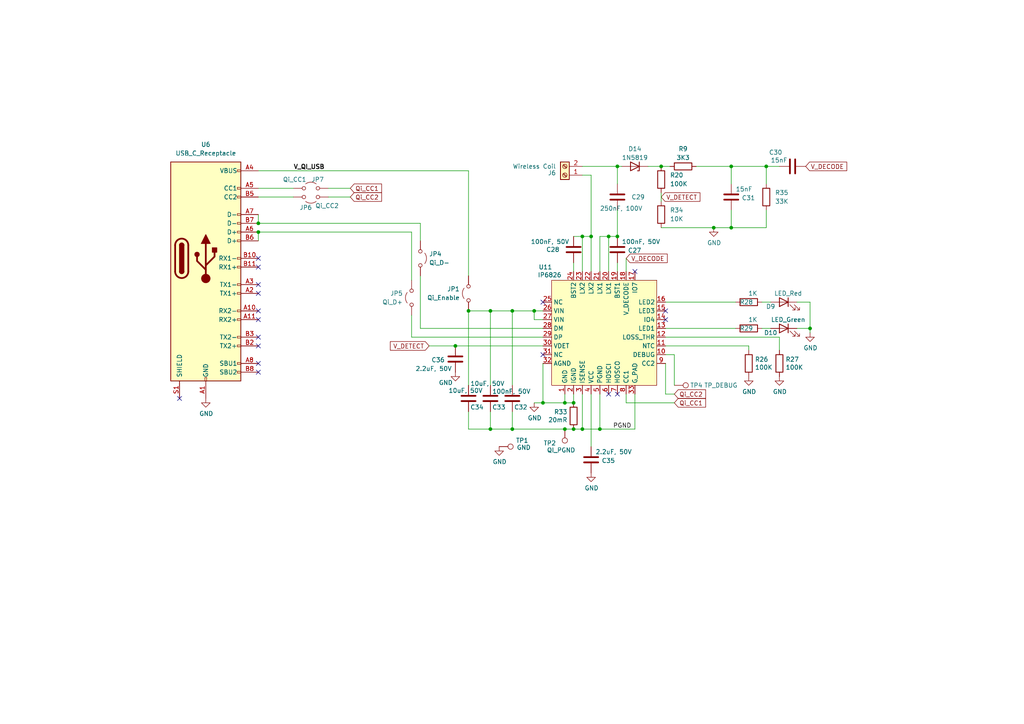
<source format=kicad_sch>
(kicad_sch (version 20231120) (generator "eeschema") (generator_version "8.0")
  (paper "A4")
  (title_block (title "I3ESC") (date "2024-09-07") (company "AlfredoSystems"))
  (lib_symbols
    (symbol "AlfredoSymbols:IP6826"
      (property "Reference" "U11" (at 10.922 19.304 0))
      (property "Value" "IP6826" (at 10.922 16.764 0))
      (symbol "IP6826_1_1"
        (rectangle (start -15.24 15.24) (end 15.24 -15.24) (fill (type background)))
        (pin input line (at -11.43 -17.78 90) (length 2.54) (name "GND") (number "1"))
        (pin input line (at 17.78 -6.35 180) (length 2.54) (name "DEBUG") (number "10"))
        (pin input line (at 17.78 -3.81 180) (length 2.54) (name "NTC") (number "11"))
        (pin input line (at 17.78 -1.27 180) (length 2.54) (name "LOSS_THR") (number "12"))
        (pin input line (at 17.78 1.27 180) (length 2.54) (name "LED1") (number "13"))
        (pin input line (at 17.78 3.81 180) (length 2.54) (name "IO4") (number "14"))
        (pin input line (at 17.78 6.35 180) (length 2.54) (name "LED3") (number "15"))
        (pin input line (at 17.78 8.89 180) (length 2.54) (name "LED2") (number "16"))
        (pin input line (at 8.89 17.78 270) (length 2.54) (name "IO7") (number "17"))
        (pin input line (at 6.35 17.78 270) (length 2.54) (name "V_DECODE") (number "18"))
        (pin input line (at 3.81 17.78 270) (length 2.54) (name "BST1") (number "19"))
        (pin input line (at -8.89 -17.78 90) (length 2.54) (name "IGND") (number "2"))
        (pin input line (at 1.27 17.78 270) (length 2.54) (name "LX1") (number "20"))
        (pin input line (at -1.27 17.78 270) (length 2.54) (name "LX1") (number "21"))
        (pin input line (at -3.81 17.78 270) (length 2.54) (name "LX2") (number "22"))
        (pin input line (at -6.35 17.78 270) (length 2.54) (name "LX2") (number "23"))
        (pin input line (at -8.89 17.78 270) (length 2.54) (name "BST2") (number "24"))
        (pin input line (at -17.78 8.89 0) (length 2.54) (name "NC") (number "25"))
        (pin input line (at -17.78 6.35 0) (length 2.54) (name "VIN") (number "26"))
        (pin input line (at -17.78 3.81 0) (length 2.54) (name "VIN") (number "27"))
        (pin input line (at -17.78 1.27 0) (length 2.54) (name "DM") (number "28"))
        (pin input line (at -17.78 -1.27 0) (length 2.54) (name "DP") (number "29"))
        (pin input line (at -6.35 -17.78 90) (length 2.54) (name "ISENSE") (number "3"))
        (pin input line (at -17.78 -3.81 0) (length 2.54) (name "VDET") (number "30"))
        (pin input line (at -17.78 -6.35 0) (length 2.54) (name "NC") (number "31"))
        (pin input line (at -17.78 -8.89 0) (length 2.54) (name "AGND") (number "32"))
        (pin input line (at 8.89 -17.78 90) (length 2.54) (name "G_PAD") (number "33"))
        (pin input line (at -3.81 -17.78 90) (length 2.54) (name "VCC") (number "4"))
        (pin input line (at -1.27 -17.78 90) (length 2.54) (name "PGND") (number "5"))
        (pin input line (at 1.27 -17.78 90) (length 2.54) (name "HOSCI") (number "6"))
        (pin input line (at 3.81 -17.78 90) (length 2.54) (name "HOSCO") (number "7"))
        (pin input line (at 6.35 -17.78 90) (length 2.54) (name "CC1") (number "8"))
        (pin input line (at 17.78 -8.89 180) (length 2.54) (name "CC2") (number "9"))
      )
    )
    (symbol "Connector:Screw_Terminal_01x02" (pin_names (offset 1.016) hide)
      (property "Reference" "J" (at 0 2.54 0))
      (property "Value" "Screw_Terminal_01x02" (at 0 -5.08 0))
      (symbol "Screw_Terminal_01x02_1_1"
        (rectangle (start -1.27 1.27) (end 1.27 -3.81) (stroke (width 0.254)) (fill (type background)))
        (circle (center 0 -2.54) (radius 0.635) (stroke (width 0.1524)))
        (polyline (pts (xy -0.5334 -2.2098) (xy 0.3302 -3.048)) (stroke (width 0.1524)))
        (polyline (pts (xy -0.5334 0.3302) (xy 0.3302 -0.508)) (stroke (width 0.1524)))
        (polyline (pts (xy -0.3556 -2.032) (xy 0.508 -2.8702)) (stroke (width 0.1524)))
        (polyline (pts (xy -0.3556 0.508) (xy 0.508 -0.3302)) (stroke (width 0.1524)))
        (circle (center 0 0) (radius 0.635) (stroke (width 0.1524)))
        (pin passive line (at -5.08 0 0) (length 3.81) (name "Pin_1") (number "1"))
        (pin passive line (at -5.08 -2.54 0) (length 3.81) (name "Pin_2") (number "2"))
      )
    )
    (symbol "Connector:TestPoint" (pin_numbers hide) (pin_names (offset 0.762) hide)
      (property "Reference" "TP" (at 0 6.858 0))
      (property "Value" "TestPoint" (at 0 5.08 0))
      (symbol "TestPoint_0_1"
        (circle (center 0 3.302) (radius 0.762))
      )
      (symbol "TestPoint_1_1"
        (pin passive line (at 0 0 90) (length 2.54) (name "1") (number "1"))
      )
    )
    (symbol "Connector:USB_C_Receptacle" (pin_names (offset 1.016))
      (property "Reference" "J" (at -10.16 29.21 0))
      (property "Value" "USB_C_Receptacle" (at 10.16 29.21 0))
      (symbol "USB_C_Receptacle_0_0"
        (rectangle (start -0.254 -35.56) (end 0.254 -34.544))
        (rectangle (start 10.16 -32.766) (end 9.144 -33.274))
        (rectangle (start 10.16 -30.226) (end 9.144 -30.734))
        (rectangle (start 10.16 -25.146) (end 9.144 -25.654))
        (rectangle (start 10.16 -22.606) (end 9.144 -23.114))
        (rectangle (start 10.16 -17.526) (end 9.144 -18.034))
        (rectangle (start 10.16 -14.986) (end 9.144 -15.494))
        (rectangle (start 10.16 -9.906) (end 9.144 -10.414))
        (rectangle (start 10.16 -7.366) (end 9.144 -7.874))
        (rectangle (start 10.16 -2.286) (end 9.144 -2.794))
        (rectangle (start 10.16 0.254) (end 9.144 -0.254))
        (rectangle (start 10.16 5.334) (end 9.144 4.826))
        (rectangle (start 10.16 7.874) (end 9.144 7.366))
        (rectangle (start 10.16 10.414) (end 9.144 9.906))
        (rectangle (start 10.16 12.954) (end 9.144 12.446))
        (rectangle (start 10.16 18.034) (end 9.144 17.526))
        (rectangle (start 10.16 20.574) (end 9.144 20.066))
        (rectangle (start 10.16 25.654) (end 9.144 25.146))
      )
      (symbol "USB_C_Receptacle_0_1"
        (rectangle (start -10.16 27.94) (end 10.16 -35.56) (stroke (width 0.254)) (fill (type background)))
        (arc (start -8.89 -3.81) (mid -6.985 -5.7067) (end -5.08 -3.81) (stroke (width 0.508)))
        (arc (start -7.62 -3.81) (mid -6.985 -4.4423) (end -6.35 -3.81) (stroke (width 0.254)))
        (arc (start -7.62 -3.81) (mid -6.985 -4.4423) (end -6.35 -3.81) (stroke (width 0.254)) (fill (type outline)))
        (rectangle (start -7.62 -3.81) (end -6.35 3.81) (stroke (width 0.254)) (fill (type outline)))
        (arc (start -6.35 3.81) (mid -6.985 4.4423) (end -7.62 3.81) (stroke (width 0.254)))
        (arc (start -6.35 3.81) (mid -6.985 4.4423) (end -7.62 3.81) (stroke (width 0.254)) (fill (type outline)))
        (arc (start -5.08 3.81) (mid -6.985 5.7067) (end -8.89 3.81) (stroke (width 0.508)))
        (polyline (pts (xy -8.89 -3.81) (xy -8.89 3.81)) (stroke (width 0.508)))
        (polyline (pts (xy -5.08 3.81) (xy -5.08 -3.81)) (stroke (width 0.508)))
      )
      (symbol "USB_C_Receptacle_1_1"
        (circle (center -2.54 1.143) (radius 0.635) (stroke (width 0.254)) (fill (type outline)))
        (circle (center 0 -5.842) (radius 1.27) (fill (type outline)))
        (polyline (pts (xy 0 -5.842) (xy 0 4.318)) (stroke (width 0.508)))
        (polyline (pts (xy 0 -3.302) (xy -2.54 -0.762) (xy -2.54 0.508)) (stroke (width 0.508)))
        (polyline (pts (xy 0 -2.032) (xy 2.54 0.508) (xy 2.54 1.778)) (stroke (width 0.508)))
        (polyline (pts (xy -1.27 4.318) (xy 0 6.858) (xy 1.27 4.318) (xy -1.27 4.318)) (stroke (width 0.254)) (fill (type outline)))
        (rectangle (start 1.905 1.778) (end 3.175 3.048) (stroke (width 0.254)) (fill (type outline)))
        (pin passive line (at 0 -40.64 90) (length 5.08) (name "GND") (number "A1"))
        (pin bidirectional line (at 15.24 -15.24 180) (length 5.08) (name "RX2-") (number "A10"))
        (pin bidirectional line (at 15.24 -17.78 180) (length 5.08) (name "RX2+") (number "A11"))
        (pin passive line (at 0 -40.64 90) (length 5.08) hide (name "GND") (number "A12"))
        (pin bidirectional line (at 15.24 -10.16 180) (length 5.08) (name "TX1+") (number "A2"))
        (pin bidirectional line (at 15.24 -7.62 180) (length 5.08) (name "TX1-") (number "A3"))
        (pin passive line (at 15.24 25.4 180) (length 5.08) (name "VBUS") (number "A4"))
        (pin bidirectional line (at 15.24 20.32 180) (length 5.08) (name "CC1") (number "A5"))
        (pin bidirectional line (at 15.24 7.62 180) (length 5.08) (name "D+") (number "A6"))
        (pin bidirectional line (at 15.24 12.7 180) (length 5.08) (name "D-") (number "A7"))
        (pin bidirectional line (at 15.24 -30.48 180) (length 5.08) (name "SBU1") (number "A8"))
        (pin passive line (at 15.24 25.4 180) (length 5.08) hide (name "VBUS") (number "A9"))
        (pin passive line (at 0 -40.64 90) (length 5.08) hide (name "GND") (number "B1"))
        (pin bidirectional line (at 15.24 0 180) (length 5.08) (name "RX1-") (number "B10"))
        (pin bidirectional line (at 15.24 -2.54 180) (length 5.08) (name "RX1+") (number "B11"))
        (pin passive line (at 0 -40.64 90) (length 5.08) hide (name "GND") (number "B12"))
        (pin bidirectional line (at 15.24 -25.4 180) (length 5.08) (name "TX2+") (number "B2"))
        (pin bidirectional line (at 15.24 -22.86 180) (length 5.08) (name "TX2-") (number "B3"))
        (pin passive line (at 15.24 25.4 180) (length 5.08) hide (name "VBUS") (number "B4"))
        (pin bidirectional line (at 15.24 17.78 180) (length 5.08) (name "CC2") (number "B5"))
        (pin bidirectional line (at 15.24 5.08 180) (length 5.08) (name "D+") (number "B6"))
        (pin bidirectional line (at 15.24 10.16 180) (length 5.08) (name "D-") (number "B7"))
        (pin bidirectional line (at 15.24 -33.02 180) (length 5.08) (name "SBU2") (number "B8"))
        (pin passive line (at 15.24 25.4 180) (length 5.08) hide (name "VBUS") (number "B9"))
        (pin passive line (at -7.62 -40.64 90) (length 5.08) (name "SHIELD") (number "S1"))
      )
    )
    (symbol "Device:C" (pin_numbers hide) (pin_names (offset 0.254))
      (property "Reference" "C" (at 0.635 2.54 0))
      (property "Value" "C" (at 0.635 -2.54 0))
      (symbol "C_0_1"
        (polyline (pts (xy -2.032 -0.762) (xy 2.032 -0.762)) (stroke (width 0.508)))
        (polyline (pts (xy -2.032 0.762) (xy 2.032 0.762)) (stroke (width 0.508)))
      )
      (symbol "C_1_1"
        (pin passive line (at 0 3.81 270) (length 2.794) (name "~") (number "1"))
        (pin passive line (at 0 -3.81 90) (length 2.794) (name "~") (number "2"))
      )
    )
    (symbol "Device:D_Zener" (pin_numbers hide) (pin_names (offset 1.016) hide)
      (property "Reference" "D" (at 0 2.54 0))
      (property "Value" "D_Zener" (at 0 -2.54 0))
      (symbol "D_Zener_0_1"
        (polyline (pts (xy 1.27 0) (xy -1.27 0)))
        (polyline (pts (xy -1.27 -1.27) (xy -1.27 1.27) (xy -0.762 1.27)) (stroke (width 0.254)))
        (polyline (pts (xy 1.27 -1.27) (xy 1.27 1.27) (xy -1.27 0) (xy 1.27 -1.27)) (stroke (width 0.254)))
      )
      (symbol "D_Zener_1_1"
        (pin passive line (at -3.81 0 0) (length 2.54) (name "K") (number "1"))
        (pin passive line (at 3.81 0 180) (length 2.54) (name "A") (number "2"))
      )
    )
    (symbol "Device:LED" (pin_numbers hide) (pin_names (offset 1.016) hide)
      (property "Reference" "D" (at 0 2.54 0))
      (property "Value" "LED" (at 0 -2.54 0))
      (symbol "LED_0_1"
        (polyline (pts (xy -1.27 -1.27) (xy -1.27 1.27)) (stroke (width 0.254)))
        (polyline (pts (xy -1.27 0) (xy 1.27 0)))
        (polyline (pts (xy 1.27 -1.27) (xy 1.27 1.27) (xy -1.27 0) (xy 1.27 -1.27)) (stroke (width 0.254)))
        (polyline (pts (xy -3.048 -0.762) (xy -4.572 -2.286) (xy -3.81 -2.286) (xy -4.572 -2.286) (xy -4.572 -1.524)))
        (polyline (pts (xy -1.778 -0.762) (xy -3.302 -2.286) (xy -2.54 -2.286) (xy -3.302 -2.286) (xy -3.302 -1.524)))
      )
      (symbol "LED_1_1"
        (pin passive line (at -3.81 0 0) (length 2.54) (name "K") (number "1"))
        (pin passive line (at 3.81 0 180) (length 2.54) (name "A") (number "2"))
      )
    )
    (symbol "Device:R" (pin_numbers hide) (pin_names (offset 0))
      (property "Reference" "R" (at 2.032 0 90))
      (property "Value" "R" (at 0 0 90))
      (symbol "R_0_1"
        (rectangle (start -1.016 -2.54) (end 1.016 2.54) (stroke (width 0.254)))
      )
      (symbol "R_1_1"
        (pin passive line (at 0 3.81 270) (length 1.27) (name "~") (number "1"))
        (pin passive line (at 0 -3.81 90) (length 1.27) (name "~") (number "2"))
      )
    )
    (symbol "Jumper:Jumper_2_Open" (pin_numbers hide) (pin_names (offset 0) hide) (exclude_from_sim yes)
      (property "Reference" "JP" (at 0 2.794 0))
      (property "Value" "Jumper_2_Open" (at 0 -2.286 0))
      (symbol "Jumper_2_Open_0_0"
        (circle (center -2.032 0) (radius 0.508))
        (circle (center 2.032 0) (radius 0.508))
      )
      (symbol "Jumper_2_Open_0_1"
        (arc (start 1.524 1.27) (mid 0 1.778) (end -1.524 1.27))
      )
      (symbol "Jumper_2_Open_1_1"
        (pin passive line (at -5.08 0 0) (length 2.54) (name "A") (number "1"))
        (pin passive line (at 5.08 0 180) (length 2.54) (name "B") (number "2"))
      )
    )
    (symbol "power:GND" (power) (pin_names (offset 0))
      (property "Value" "GND" (at 0 -3.81 0))
      (symbol "GND_0_1"
        (polyline (pts (xy 0 0) (xy 0 -1.27) (xy 1.27 -1.27) (xy 0 -2.54) (xy -1.27 -1.27) (xy 0 -1.27)))
      )
      (symbol "GND_1_1"
        (pin power_in line (at 0 0 270) (length 0) hide (name "GND") (number "1"))
      )
    )
  )
  (junction (at 74.93 67.31))
  (junction (at 135.89 90.17))
  (junction (at 148.59 90.17))
  (junction (at 191.77 48.26))
  (junction (at 234.95 95.25))
  (junction (at 148.59 124.46))
  (junction (at 168.91 124.46))
  (junction (at 179.07 48.26))
  (junction (at 142.24 124.46))
  (junction (at 222.25 48.26))
  (junction (at 212.09 48.26))
  (junction (at 142.24 90.17))
  (junction (at 132.08 100.33))
  (junction (at 176.53 68.58))
  (junction (at 74.93 64.77))
  (junction (at 173.99 124.46))
  (junction (at 207.01 66.04))
  (junction (at 179.07 68.58))
  (junction (at 154.94 90.17))
  (junction (at 168.91 68.58))
  (junction (at 212.09 66.04))
  (junction (at 171.45 68.58))
  (junction (at 163.83 116.84))
  (junction (at 163.83 124.46))
  (junction (at 157.48 116.84))
  (junction (at 166.37 124.46))
  (junction (at 166.37 116.84))
  (no_connect (at 157.48 102.87))
  (no_connect (at 52.07 115.57))
  (no_connect (at 157.48 87.63))
  (no_connect (at 74.93 100.33))
  (no_connect (at 184.15 78.74))
  (no_connect (at 74.93 85.09))
  (no_connect (at 74.93 105.41))
  (no_connect (at 74.93 77.47))
  (no_connect (at 179.07 114.3))
  (no_connect (at 74.93 97.79))
  (no_connect (at 193.04 90.17))
  (no_connect (at 74.93 92.71))
  (no_connect (at 74.93 90.17))
  (no_connect (at 176.53 114.3))
  (no_connect (at 74.93 82.55))
  (no_connect (at 74.93 107.95))
  (no_connect (at 74.93 74.93))
  (no_connect (at 193.04 92.71))
  (wire (pts (xy 166.37 114.3) (xy 166.37 116.84)))
  (wire (pts (xy 171.45 114.3) (xy 171.45 129.54)))
  (wire (pts (xy 212.09 48.26) (xy 201.93 48.26)))
  (wire (pts (xy 148.59 90.17) (xy 148.59 111.76)))
  (wire (pts (xy 121.92 80.01) (xy 121.92 95.25)))
  (wire (pts (xy 220.98 95.25) (xy 223.52 95.25)))
  (wire (pts (xy 142.24 90.17) (xy 142.24 111.76)))
  (wire (pts (xy 222.25 66.04) (xy 222.25 60.96)))
  (wire (pts (xy 195.58 102.87) (xy 193.04 102.87)))
  (wire (pts (xy 194.31 48.26) (xy 191.77 48.26)))
  (wire (pts (xy 154.94 116.84) (xy 157.48 116.84)))
  (wire (pts (xy 191.77 55.88) (xy 191.77 58.42)))
  (wire (pts (xy 193.04 87.63) (xy 213.36 87.63)))
  (wire (pts (xy 179.07 68.58) (xy 176.53 68.58)))
  (wire (pts (xy 195.58 111.76) (xy 195.58 102.87)))
  (wire (pts (xy 226.06 48.26) (xy 222.25 48.26)))
  (wire (pts (xy 217.17 100.33) (xy 217.17 101.6)))
  (wire (pts (xy 191.77 48.26) (xy 187.96 48.26)))
  (wire (pts (xy 173.99 68.58) (xy 173.99 78.74)))
  (wire (pts (xy 166.37 68.58) (xy 168.91 68.58)))
  (wire (pts (xy 148.59 119.38) (xy 148.59 124.46)))
  (wire (pts (xy 142.24 119.38) (xy 142.24 124.46)))
  (wire (pts (xy 119.38 67.31) (xy 119.38 81.28)))
  (wire (pts (xy 212.09 60.96) (xy 212.09 66.04)))
  (wire (pts (xy 163.83 124.46) (xy 166.37 124.46)))
  (wire (pts (xy 142.24 90.17) (xy 148.59 90.17)))
  (wire (pts (xy 222.25 48.26) (xy 212.09 48.26)))
  (wire (pts (xy 179.07 60.96) (xy 179.07 68.58)))
  (wire (pts (xy 173.99 124.46) (xy 184.15 124.46)))
  (wire (pts (xy 168.91 124.46) (xy 173.99 124.46)))
  (wire (pts (xy 191.77 66.04) (xy 207.01 66.04)))
  (wire (pts (xy 179.07 48.26) (xy 180.34 48.26)))
  (wire (pts (xy 148.59 124.46) (xy 163.83 124.46)))
  (wire (pts (xy 166.37 76.2) (xy 166.37 78.74)))
  (wire (pts (xy 193.04 95.25) (xy 213.36 95.25)))
  (wire (pts (xy 135.89 124.46) (xy 142.24 124.46)))
  (wire (pts (xy 181.61 78.74) (xy 181.61 74.93)))
  (wire (pts (xy 176.53 68.58) (xy 173.99 68.58)))
  (wire (pts (xy 212.09 66.04) (xy 222.25 66.04)))
  (wire (pts (xy 168.91 48.26) (xy 179.07 48.26)))
  (wire (pts (xy 135.89 119.38) (xy 135.89 124.46)))
  (wire (pts (xy 135.89 90.17) (xy 142.24 90.17)))
  (wire (pts (xy 124.46 100.33) (xy 132.08 100.33)))
  (wire (pts (xy 234.95 96.52) (xy 234.95 95.25)))
  (wire (pts (xy 154.94 90.17) (xy 154.94 92.71)))
  (wire (pts (xy 163.83 114.3) (xy 163.83 116.84)))
  (wire (pts (xy 179.07 48.26) (xy 179.07 53.34)))
  (wire (pts (xy 135.89 111.76) (xy 135.89 90.17)))
  (wire (pts (xy 193.04 100.33) (xy 217.17 100.33)))
  (wire (pts (xy 74.93 67.31) (xy 119.38 67.31)))
  (wire (pts (xy 85.09 54.61) (xy 74.93 54.61)))
  (wire (pts (xy 135.89 49.53) (xy 135.89 80.01)))
  (wire (pts (xy 168.91 68.58) (xy 171.45 68.58)))
  (wire (pts (xy 193.04 114.3) (xy 195.58 114.3)))
  (wire (pts (xy 181.61 114.3) (xy 181.61 116.84)))
  (wire (pts (xy 74.93 62.23) (xy 74.93 64.77)))
  (wire (pts (xy 234.95 87.63) (xy 234.95 95.25)))
  (wire (pts (xy 85.09 57.15) (xy 74.93 57.15)))
  (wire (pts (xy 74.93 67.31) (xy 74.93 69.85)))
  (wire (pts (xy 212.09 48.26) (xy 212.09 53.34)))
  (wire (pts (xy 121.92 95.25) (xy 157.48 95.25)))
  (wire (pts (xy 193.04 114.3) (xy 193.04 105.41)))
  (wire (pts (xy 157.48 90.17) (xy 154.94 90.17)))
  (wire (pts (xy 154.94 92.71) (xy 157.48 92.71)))
  (wire (pts (xy 101.6 57.15) (xy 95.25 57.15)))
  (wire (pts (xy 171.45 78.74) (xy 171.45 68.58)))
  (wire (pts (xy 119.38 97.79) (xy 157.48 97.79)))
  (wire (pts (xy 234.95 87.63) (xy 231.14 87.63)))
  (wire (pts (xy 74.93 49.53) (xy 135.89 49.53)))
  (wire (pts (xy 121.92 64.77) (xy 121.92 69.85)))
  (wire (pts (xy 222.25 48.26) (xy 222.25 53.34)))
  (wire (pts (xy 231.14 95.25) (xy 234.95 95.25)))
  (wire (pts (xy 168.91 114.3) (xy 168.91 124.46)))
  (wire (pts (xy 173.99 114.3) (xy 173.99 124.46)))
  (wire (pts (xy 166.37 116.84) (xy 163.83 116.84)))
  (wire (pts (xy 132.08 100.33) (xy 157.48 100.33)))
  (wire (pts (xy 176.53 68.58) (xy 176.53 78.74)))
  (wire (pts (xy 157.48 105.41) (xy 157.48 116.84)))
  (wire (pts (xy 193.04 97.79) (xy 226.06 97.79)))
  (wire (pts (xy 119.38 91.44) (xy 119.38 97.79)))
  (wire (pts (xy 168.91 68.58) (xy 168.91 78.74)))
  (wire (pts (xy 74.93 64.77) (xy 121.92 64.77)))
  (wire (pts (xy 184.15 124.46) (xy 184.15 114.3)))
  (wire (pts (xy 171.45 50.8) (xy 168.91 50.8)))
  (wire (pts (xy 207.01 66.04) (xy 212.09 66.04)))
  (wire (pts (xy 179.07 76.2) (xy 179.07 78.74)))
  (wire (pts (xy 157.48 116.84) (xy 163.83 116.84)))
  (wire (pts (xy 171.45 50.8) (xy 171.45 68.58)))
  (wire (pts (xy 148.59 90.17) (xy 154.94 90.17)))
  (wire (pts (xy 101.6 54.61) (xy 95.25 54.61)))
  (wire (pts (xy 223.52 87.63) (xy 220.98 87.63)))
  (wire (pts (xy 226.06 97.79) (xy 226.06 101.6)))
  (wire (pts (xy 181.61 116.84) (xy 195.58 116.84)))
  (wire (pts (xy 166.37 124.46) (xy 168.91 124.46)))
  (wire (pts (xy 142.24 124.46) (xy 148.59 124.46)))
  (label "PGND" (at 177.8 124.46 0))
  (label "V_QI_USB" (at 85.09 49.53 0) (effects (font (bold yes))))
  (global_label "V_DECODE" (shape input) (at 233.68 48.26 0) (property "Intersheetrefs" "${INTERSHEET_REFS}" (effects (hide yes))))
  (global_label "V_DETECT" (shape input) (at 191.77 57.15 0) (property "Intersheetrefs" "${INTERSHEET_REFS}" (effects (hide yes))))
  (global_label "Qi_CC1" (shape input) (at 101.6 54.61 0) (property "Intersheetrefs" "${INTERSHEET_REFS}" (effects (hide yes))))
  (global_label "Qi_CC2" (shape input) (at 195.58 114.3 0) (property "Intersheetrefs" "${INTERSHEET_REFS}" (effects (hide yes))))
  (global_label "V_DECODE" (shape input) (at 181.61 74.93 0) (property "Intersheetrefs" "${INTERSHEET_REFS}" (effects (hide yes))))
  (global_label "Qi_CC1" (shape input) (at 195.58 116.84 0) (property "Intersheetrefs" "${INTERSHEET_REFS}" (effects (hide yes))))
  (global_label "Qi_CC2" (shape input) (at 101.6 57.15 0) (property "Intersheetrefs" "${INTERSHEET_REFS}" (effects (hide yes))))
  (global_label "V_DETECT" (shape input) (at 124.46 100.33 180) (property "Intersheetrefs" "${INTERSHEET_REFS}" (effects (hide yes))))
  (symbol (lib_id "Connector:TestPoint") (at 163.83 124.46 180) (unit 1)
    (property "Reference" "TP2" (at 161.29 128.524 0) (effects (justify left)))
    (property "Value" "QI_PGND" (at 166.878 130.556 0) (effects (justify left)))
    (property "Footprint" "AlfredoFootprints:GE_TestPoint_Loop" (effects (hide yes)))
  )
  (symbol (lib_id "power:GND") (at 171.45 137.16 0) (unit 1)
    (property "Reference" "#PWR029" (effects (hide yes)))
    (property "Value" "GND" (at 171.577 141.5542 0))
  )
  (symbol (lib_id "Device:C") (at 166.37 72.39 0) (mirror x) (unit 1)
    (property "Reference" "C28" (at 162.306 72.39 0) (effects (justify right)))
    (property "Value" "100nF, 50V" (at 165.1 70.104 0) (effects (justify right)))
    (property "Footprint" "Capacitor_SMD:C_0402_1005Metric" (effects (hide yes)))
    (property "Datasheet" "https://lcsc.com/product-detail/Multilayer-Ceramic-Capacitors-MLCC---SMD-SMT_Samsung-Electro-Mechanics-Samsung-Electro-Mechanics-CL05B104KB54PNC_C307331.html" (effects (hide yes)))
    (property "LCSC" "C307331" (effects (hide yes)))
  )
  (symbol (lib_id "Jumper:Jumper_2_Open") (at 119.38 86.36 90) (mirror x) (unit 1) (exclude_from_sim yes)
    (property "Reference" "JP5" (at 116.84 85.0899 90) (effects (justify left)))
    (property "Value" "Qi_D+" (at 116.84 87.6299 90) (effects (justify left)))
    (property "Footprint" "Connector_PinSocket_2.54mm:PinSocket_1x02_P2.54mm_Vertical" (effects (hide yes)))
    (property "Description" "Jumper, 2-pole, open" (effects (hide yes)))
  )
  (symbol (lib_id "power:GND") (at 59.69 115.57 0) (unit 1)
    (property "Reference" "#PWR018" (effects (hide yes)))
    (property "Value" "GND" (at 59.817 119.9642 0))
  )
  (symbol (lib_id "Device:C") (at 142.24 115.57 180) (unit 1)
    (property "Reference" "C33" (at 142.748 118.11 0) (effects (justify right)))
    (property "Value" "10uF, 50V" (at 136.398 111.252 0) (effects (justify right)))
    (property "Footprint" "Capacitor_SMD:C_1206_3216Metric" (effects (hide yes)))
    (property "Datasheet" "https://lcsc.com/product-detail/null_C13585.html" (effects (hide yes)))
    (property "LCSC" "C13585" (effects (hide yes)))
  )
  (symbol (lib_id "power:GND") (at 207.01 66.04 0) (unit 1)
    (property "Reference" "#PWR031" (effects (hide yes)))
    (property "Value" "GND" (at 207.137 70.4342 0))
  )
  (symbol (lib_id "Connector:USB_C_Receptacle") (at 59.69 74.93 0) (unit 1)
    (property "Reference" "U6" (at 59.69 41.91 0))
    (property "Value" "USB_C_Receptacle" (at 59.69 44.45 0))
    (property "Footprint" "AlfredoFootprints:USB_TYPE-C-31-M-12" (effects (hide yes)))
    (property "Datasheet" "https://lcsc.com/product-detail/USB-Connectors_Korean-Hroparts-Elec-TYPE-C-31-M-12_C165948.html" (effects (hide yes)))
    (property "LCSC" "C165948" (effects (hide yes)))
  )
  (symbol (lib_id "Device:C") (at 179.07 57.15 0) (mirror y) (unit 1)
    (property "Reference" "C29" (at 183.134 57.15 0) (effects (justify right)))
    (property "Value" "250nF, 100V" (at 173.99 60.452 0) (effects (justify right)))
    (property "Footprint" "Capacitor_THT:C_Rect_L9.0mm_W4.0mm_P7.50mm_MKT" (effects (hide yes)))
    (property "Datasheet" "https://jlcpcb.com/partdetail/Kyet-MPP254J2A0701/C841196" (effects (hide yes)))
    (property "LCSC" "C841196" (effects (hide yes)))
  )
  (symbol (lib_id "Device:LED") (at 227.33 87.63 0) (mirror y) (unit 1)
    (property "Reference" "D9" (at 223.52 88.9 0))
    (property "Value" "LED_Red" (at 228.6 85.09 0))
    (property "Footprint" "LED_SMD:LED_0603_1608Metric" (effects (hide yes)))
  )
  (symbol (lib_id "Device:C") (at 229.87 48.26 90) (mirror x) (unit 1)
    (property "Reference" "C30" (at 223.012 44.196 90) (effects (justify right)))
    (property "Value" "15nF" (at 223.52 46.482 90) (effects (justify right)))
    (property "Footprint" "Capacitor_SMD:C_0402_1005Metric" (effects (hide yes)))
    (property "Datasheet" "https://jlcpcb.com/partdetail/Cctc-TCC0402X7R153K500AT/C696852" (effects (hide yes)))
    (property "LCSC" "C696852" (effects (hide yes)))
  )
  (symbol (lib_id "Device:C") (at 135.89 115.57 180) (unit 1)
    (property "Reference" "C34" (at 136.398 118.11 0) (effects (justify right)))
    (property "Value" "10uF, 50V" (at 130.048 113.284 0) (effects (justify right)))
    (property "Footprint" "Capacitor_SMD:C_1206_3216Metric" (effects (hide yes)))
    (property "Datasheet" "https://lcsc.com/product-detail/null_C13585.html" (effects (hide yes)))
    (property "LCSC" "C13585" (effects (hide yes)))
  )
  (symbol (lib_id "power:GND") (at 226.06 109.22 0) (unit 1)
    (property "Reference" "#PWR034" (effects (hide yes)))
    (property "Value" "GND" (at 226.187 113.6142 0))
  )
  (symbol (lib_id "power:GND") (at 144.78 129.54 0) (unit 1)
    (property "Reference" "#PWR027" (effects (hide yes)))
    (property "Value" "GND" (at 144.907 133.9342 0))
  )
  (symbol (lib_id "Device:R") (at 191.77 62.23 0) (unit 1)
    (property "Reference" "R34" (at 194.31 60.9599 0) (effects (justify left)))
    (property "Value" "10K" (at 194.31 63.4999 0) (effects (justify left)))
    (property "Footprint" "Resistor_SMD:R_0402_1005Metric" (effects (hide yes)))
    (property "Datasheet" "https://lcsc.com/product-detail/Chip-Resistor---Surface-Mount_UNI-ROYALUniroyal-Elec-UNI-ROYALUniroyal-Elec-0402WGF1002TCE_C25744.html" (effects (hide yes)))
    (property "Description" "Resistor" (effects (hide yes)))
    (property "LCSC" "C25744" (effects (hide yes)))
  )
  (symbol (lib_id "power:GND") (at 132.08 107.95 0) (unit 1)
    (property "Reference" "#PWR026" (effects (hide yes)))
    (property "Value" "GND" (at 129.286 110.998 0))
  )
  (symbol (lib_id "Connector:TestPoint") (at 195.58 111.76 270) (unit 1)
    (property "Reference" "TP4" (at 200.152 111.76 90) (effects (justify left)))
    (property "Value" "TP_DEBUG" (at 204.216 111.76 90) (effects (justify left)))
    (property "Footprint" "AlfredoFootprints:GE_TestPoint_Loop" (effects (hide yes)))
  )
  (symbol (lib_id "Device:C") (at 212.09 57.15 180) (unit 1)
    (property "Reference" "C31" (at 215.138 57.404 0) (effects (justify right)))
    (property "Value" "15nF" (at 213.36 54.864 0) (effects (justify right)))
    (property "Footprint" "Capacitor_SMD:C_0402_1005Metric" (effects (hide yes)))
    (property "Datasheet" "https://jlcpcb.com/partdetail/Cctc-TCC0402X7R153K500AT/C696852" (effects (hide yes)))
    (property "LCSC" "C696852" (effects (hide yes)))
  )
  (symbol (lib_id "power:GND") (at 154.94 116.84 0) (unit 1)
    (property "Reference" "#PWR028" (effects (hide yes)))
    (property "Value" "GND" (at 155.067 121.2342 0))
  )
  (symbol (lib_id "Device:C") (at 148.59 115.57 180) (unit 1)
    (property "Reference" "C32" (at 149.098 118.11 0) (effects (justify right)))
    (property "Value" "100nF, 50V" (at 142.748 113.538 0) (effects (justify right)))
    (property "Footprint" "Capacitor_SMD:C_0402_1005Metric" (effects (hide yes)))
    (property "Datasheet" "https://lcsc.com/product-detail/Multilayer-Ceramic-Capacitors-MLCC---SMD-SMT_Samsung-Electro-Mechanics-Samsung-Electro-Mechanics-CL05B104KB54PNC_C307331.html" (effects (hide yes)))
    (property "LCSC" "C307331" (effects (hide yes)))
  )
  (symbol (lib_id "Device:LED") (at 227.33 95.25 0) (mirror y) (unit 1)
    (property "Reference" "D10" (at 223.52 96.52 0))
    (property "Value" "LED_Green" (at 228.6 92.71 0))
    (property "Footprint" "LED_SMD:LED_0603_1608Metric" (effects (hide yes)))
  )
  (symbol (lib_id "Connector:Screw_Terminal_01x02") (at 163.83 50.8 180) (unit 1)
    (property "Reference" "J6" (at 161.29 50.165 0) (effects (justify left)))
    (property "Value" "Wireless Coil" (at 161.29 48.26 0) (effects (justify left)))
    (property "Footprint" "AlfredoFootprints:TerminalBlock_Ningbo_2P_5mm" (effects (hide yes)))
    (property "Datasheet" "https://www.lcsc.com/product-detail/Screw-terminal_Ningbo-Xinlaiya-Elec.-Ningbo-Xinlaiya-Elec.-XY126V-5.0-2P_C557646.html" (effects (hide yes)))
    (property "LCSC" "C557646" (effects (hide yes)))
  )
  (symbol (lib_id "Connector:TestPoint") (at 144.78 129.54 270) (unit 1)
    (property "Reference" "TP1" (at 149.606 127.762 90) (effects (justify left)))
    (property "Value" "GND" (at 149.86 129.794 90) (effects (justify left)))
    (property "Footprint" "AlfredoFootprints:GE_TestPoint_Loop" (effects (hide yes)))
  )
  (symbol (lib_id "Jumper:Jumper_2_Open") (at 135.89 85.09 90) (mirror x) (unit 1) (exclude_from_sim yes)
    (property "Reference" "JP1" (at 133.35 83.8199 90) (effects (justify left)))
    (property "Value" "Qi_Enable" (at 133.35 86.3599 90) (effects (justify left)))
    (property "Footprint" "Connector_PinSocket_2.54mm:PinSocket_1x02_P2.54mm_Vertical" (effects (hide yes)))
    (property "Description" "Jumper, 2-pole, open" (effects (hide yes)))
  )
  (symbol (lib_id "AlfredoSymbols:IP6826") (at 175.26 96.52 0) (unit 1)
    (property "Reference" "U11" (at 156.21 77.47 0) (effects (justify left)))
    (property "Value" "IP6826" (at 155.956 79.756 0) (effects (justify left)))
    (property "Footprint" "Package_DFN_QFN:QFN-32-1EP_5x5mm_P0.5mm_EP3.7x3.7mm" (effects (hide yes)))
    (property "Datasheet" "https://www.lcsc.com/product-detail/Wireless-Charge-Discharge-ICs_INJOINIC-IP6826_C2921390.html" (effects (hide yes)))
    (property "LCSC" "C2921390" (effects (hide yes)))
  )
  (symbol (lib_id "Device:R") (at 226.06 105.41 0) (unit 1)
    (property "Reference" "R27" (at 227.838 104.2416 0) (effects (justify left)))
    (property "Value" "100K" (at 227.838 106.553 0) (effects (justify left)))
    (property "Footprint" "Resistor_SMD:R_0402_1005Metric" (effects (hide yes)))
    (property "Datasheet" "https://lcsc.com/product-detail/Chip-Resistor-Surface-Mount_UNI-ROYAL-Uniroyal-Elec-0402WGF1003TCE_C25741.html" (effects (hide yes)))
    (property "LCSC" "C25741" (effects (hide yes)))
  )
  (symbol (lib_id "Device:C") (at 132.08 104.14 0) (mirror x) (unit 1)
    (property "Reference" "C36" (at 129.032 104.394 0) (effects (justify right)))
    (property "Value" "2.2uF, 50V" (at 131.064 106.934 0) (effects (justify right)))
    (property "Footprint" "Capacitor_SMD:C_0603_1608Metric" (effects (hide yes)))
    (property "Datasheet" "https://lcsc.com/product-detail/Multilayer-Ceramic-Capacitors-MLCC---SMD-SMT_Samsung-Electro-Mechanics-Samsung-Electro-Mechanics-CL10A225KB8NNNC_C913904.html" (effects (hide yes)))
    (property "LCSC" "C913904" (effects (hide yes)))
  )
  (symbol (lib_id "Device:R") (at 217.17 87.63 270) (unit 1)
    (property "Reference" "R28" (at 218.44 87.63 90) (effects (justify right)))
    (property "Value" "1K" (at 219.71 85.09 90) (effects (justify right)))
    (property "Footprint" "Resistor_SMD:R_0402_1005Metric" (effects (hide yes)))
    (property "Datasheet" "https://lcsc.com/product-detail/Chip-Resistor-Surface-Mount_UNI-ROYAL-Uniroyal-Elec-0402WGF1001TCE_C11702.html" (effects (hide yes)))
    (property "LCSC" "C11702" (effects (hide yes)))
  )
  (symbol (lib_id "Device:R") (at 166.37 120.65 0) (mirror y) (unit 1)
    (property "Reference" "R33" (at 164.592 119.4816 0) (effects (justify left)))
    (property "Value" "20mR" (at 164.592 121.793 0) (effects (justify left)))
    (property "Footprint" "Resistor_SMD:R_0603_1608Metric" (effects (hide yes)))
    (property "Datasheet" "https://jlcpcb.com/partdetail/WalterElec-STE0603MW50R020F/C156372" (effects (hide yes)))
    (property "LCSC" "C156372" (effects (hide yes)))
  )
  (symbol (lib_id "Jumper:Jumper_2_Open") (at 90.17 57.15 0) (mirror x) (unit 1) (exclude_from_sim yes)
    (property "Reference" "JP6" (at 86.868 60.198 0) (effects (justify left)))
    (property "Value" "Qi_CC2" (at 91.4399 59.69 0) (effects (justify left)))
    (property "Footprint" "Connector_PinSocket_2.54mm:PinSocket_1x02_P2.54mm_Vertical" (effects (hide yes)))
    (property "Description" "Jumper, 2-pole, open" (effects (hide yes)))
  )
  (symbol (lib_id "Device:R") (at 191.77 52.07 0) (unit 1)
    (property "Reference" "R20" (at 194.31 50.7999 0) (effects (justify left)))
    (property "Value" "100K" (at 194.31 53.3399 0) (effects (justify left)))
    (property "Footprint" "Resistor_SMD:R_0402_1005Metric" (effects (hide yes)))
    (property "Datasheet" "https://lcsc.com/product-detail/Chip-Resistor-Surface-Mount_UNI-ROYAL-Uniroyal-Elec-0402WGF1003TCE_C25741.html" (effects (hide yes)))
    (property "Description" "Resistor" (effects (hide yes)))
    (property "LCSC" "C25741" (effects (hide yes)))
  )
  (symbol (lib_id "Device:D_Zener") (at 184.15 48.26 180) (unit 1)
    (property "Reference" "D14" (at 184.15 43.18 0))
    (property "Value" "1N5819" (at 184.15 45.72 0))
    (property "Footprint" "AlfredoFootprints:D_SOD-323" (effects (hide yes)))
    (property "Datasheet" "https://lcsc.com/product-detail/Schottky-Barrier-Diodes-SBD_Guangdong-Hottech-Guangdong-Hottech-1N5819WS_C191023.html" (effects (hide yes)))
    (property "LCSC" "C191023" (effects (hide yes)))
  )
  (symbol (lib_id "Device:R") (at 198.12 48.26 90) (unit 1)
    (property "Reference" "R9" (at 198.12 43.18 90))
    (property "Value" "3K3" (at 198.12 45.72 90))
    (property "Footprint" "Resistor_SMD:R_0402_1005Metric" (effects (hide yes)))
    (property "Datasheet" "https://jlcpcb.com/partdetail/26633-0402WGF3301TCE/C25890" (effects (hide yes)))
    (property "Description" "Resistor" (effects (hide yes)))
    (property "LCSC" "C25890" (effects (hide yes)))
  )
  (symbol (lib_id "Device:C") (at 179.07 72.39 180) (unit 1)
    (property "Reference" "C27" (at 182.118 72.644 0) (effects (justify right)))
    (property "Value" "100nF, 50V" (at 180.34 70.104 0) (effects (justify right)))
    (property "Footprint" "Capacitor_SMD:C_0402_1005Metric" (effects (hide yes)))
    (property "Datasheet" "https://lcsc.com/product-detail/Multilayer-Ceramic-Capacitors-MLCC---SMD-SMT_Samsung-Electro-Mechanics-Samsung-Electro-Mechanics-CL05B104KB54PNC_C307331.html" (effects (hide yes)))
    (property "LCSC" "C307331" (effects (hide yes)))
  )
  (symbol (lib_id "Jumper:Jumper_2_Open") (at 90.17 54.61 0) (mirror y) (unit 1) (exclude_from_sim yes)
    (property "Reference" "JP7" (at 93.98 52.07 0) (effects (justify left)))
    (property "Value" "Qi_CC1" (at 88.9001 52.07 0) (effects (justify left)))
    (property "Footprint" "Connector_PinSocket_2.54mm:PinSocket_1x02_P2.54mm_Vertical" (effects (hide yes)))
    (property "Description" "Jumper, 2-pole, open" (effects (hide yes)))
  )
  (symbol (lib_id "power:GND") (at 217.17 109.22 0) (unit 1)
    (property "Reference" "#PWR033" (effects (hide yes)))
    (property "Value" "GND" (at 217.297 113.6142 0))
  )
  (symbol (lib_id "power:GND") (at 234.95 96.52 0) (unit 1)
    (property "Reference" "#PWR040" (effects (hide yes)))
    (property "Value" "GND" (at 235.077 100.9142 0))
  )
  (symbol (lib_id "Device:R") (at 217.17 105.41 0) (unit 1)
    (property "Reference" "R26" (at 218.948 104.2416 0) (effects (justify left)))
    (property "Value" "100K" (at 218.948 106.553 0) (effects (justify left)))
    (property "Footprint" "Resistor_SMD:R_0402_1005Metric" (effects (hide yes)))
    (property "Datasheet" "https://lcsc.com/product-detail/Chip-Resistor-Surface-Mount_UNI-ROYAL-Uniroyal-Elec-0402WGF1003TCE_C25741.html" (effects (hide yes)))
    (property "LCSC" "C25741" (effects (hide yes)))
  )
  (symbol (lib_id "Device:C") (at 171.45 133.35 180) (unit 1)
    (property "Reference" "C35" (at 174.498 133.604 0) (effects (justify right)))
    (property "Value" "2.2uF, 50V" (at 172.72 131.064 0) (effects (justify right)))
    (property "Footprint" "Capacitor_SMD:C_0603_1608Metric" (effects (hide yes)))
    (property "Datasheet" "https://lcsc.com/product-detail/Multilayer-Ceramic-Capacitors-MLCC---SMD-SMT_Samsung-Electro-Mechanics-Samsung-Electro-Mechanics-CL10A225KB8NNNC_C913904.html" (effects (hide yes)))
    (property "LCSC" "C913904" (effects (hide yes)))
  )
  (symbol (lib_id "Device:R") (at 222.25 57.15 0) (unit 1)
    (property "Reference" "R35" (at 224.79 55.8799 0) (effects (justify left)))
    (property "Value" "33K" (at 224.79 58.4199 0) (effects (justify left)))
    (property "Footprint" "Resistor_SMD:R_0402_1005Metric" (effects (hide yes)))
    (property "Datasheet" "https://jlcpcb.com/partdetail/26522-0402WGF3302TCE/C25779" (effects (hide yes)))
    (property "Description" "Resistor" (effects (hide yes)))
    (property "LCSC" "C25779" (effects (hide yes)))
  )
  (symbol (lib_id "Device:R") (at 217.17 95.25 270) (unit 1)
    (property "Reference" "R29" (at 218.44 95.25 90) (effects (justify right)))
    (property "Value" "1K" (at 219.71 92.71 90) (effects (justify right)))
    (property "Footprint" "Resistor_SMD:R_0402_1005Metric" (effects (hide yes)))
    (property "Datasheet" "https://lcsc.com/product-detail/Chip-Resistor-Surface-Mount_UNI-ROYAL-Uniroyal-Elec-0402WGF1001TCE_C11702.html" (effects (hide yes)))
    (property "LCSC" "C11702" (effects (hide yes)))
  )
  (symbol (lib_id "Jumper:Jumper_2_Open") (at 121.92 74.93 270) (unit 1) (exclude_from_sim yes)
    (property "Reference" "JP4" (at 124.46 73.6599 90) (effects (justify left)))
    (property "Value" "Qi_D-" (at 124.46 76.1999 90) (effects (justify left)))
    (property "Footprint" "Connector_PinSocket_2.54mm:PinSocket_1x02_P2.54mm_Vertical" (effects (hide yes)))
    (property "Description" "Jumper, 2-pole, open" (effects (hide yes)))
  )
)
</source>
